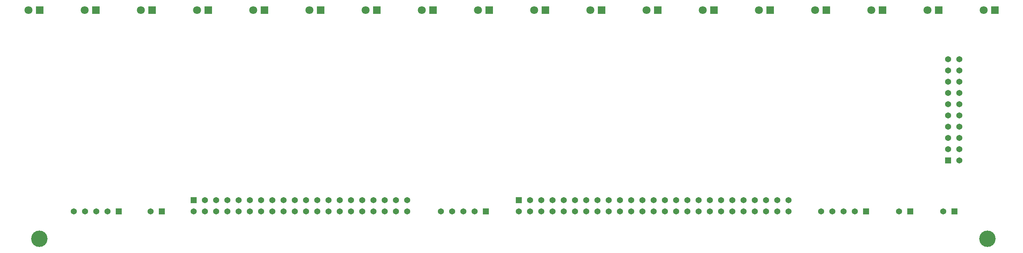
<source format=gbs>
G04 #@! TF.GenerationSoftware,KiCad,Pcbnew,(6.0.4-0)*
G04 #@! TF.CreationDate,2022-04-05T21:31:34-07:00*
G04 #@! TF.ProjectId,led-driver,6c65642d-6472-4697-9665-722e6b696361,rev?*
G04 #@! TF.SameCoordinates,Original*
G04 #@! TF.FileFunction,Soldermask,Bot*
G04 #@! TF.FilePolarity,Negative*
%FSLAX46Y46*%
G04 Gerber Fmt 4.6, Leading zero omitted, Abs format (unit mm)*
G04 Created by KiCad (PCBNEW (6.0.4-0)) date 2022-04-05 21:31:34*
%MOMM*%
%LPD*%
G01*
G04 APERTURE LIST*
%ADD10R,1.800000X1.800000*%
%ADD11C,1.800000*%
%ADD12R,1.370000X1.370000*%
%ADD13C,1.370000*%
%ADD14C,3.700000*%
G04 APERTURE END LIST*
D10*
X42164000Y-26924000D03*
D11*
X39624000Y-26924000D03*
D10*
X54864000Y-26924000D03*
D11*
X52324000Y-26924000D03*
D10*
X67564000Y-26924000D03*
D11*
X65024000Y-26924000D03*
D10*
X80264000Y-26924000D03*
D11*
X77724000Y-26924000D03*
D10*
X92964000Y-26924000D03*
D11*
X90424000Y-26924000D03*
D10*
X105664000Y-26924000D03*
D11*
X103124000Y-26924000D03*
D10*
X118364000Y-26924000D03*
D11*
X115824000Y-26924000D03*
D10*
X169164000Y-26924000D03*
D11*
X166624000Y-26924000D03*
D10*
X181864000Y-26924000D03*
D11*
X179324000Y-26924000D03*
D10*
X194564000Y-26924000D03*
D11*
X192024000Y-26924000D03*
D10*
X219964000Y-26924000D03*
D11*
X217424000Y-26924000D03*
D10*
X232664000Y-26924000D03*
D11*
X230124000Y-26924000D03*
D12*
X216306400Y-72390000D03*
D13*
X213766400Y-72390000D03*
X211226400Y-72390000D03*
X208686400Y-72390000D03*
X206146400Y-72390000D03*
D10*
X207264000Y-26924000D03*
D11*
X204724000Y-26924000D03*
D10*
X143764000Y-26924000D03*
D11*
X141224000Y-26924000D03*
D14*
X243700000Y-78600000D03*
X29400000Y-78600000D03*
D10*
X156464000Y-26924000D03*
D11*
X153924000Y-26924000D03*
D12*
X57099200Y-72390000D03*
D13*
X54559200Y-72390000D03*
D12*
X47380000Y-72390000D03*
D13*
X44840000Y-72390000D03*
X42300000Y-72390000D03*
X39760000Y-72390000D03*
X37220000Y-72390000D03*
X137769600Y-72390000D03*
D12*
X137769600Y-69850000D03*
D13*
X140309600Y-72390000D03*
X140309600Y-69850000D03*
X142849600Y-72390000D03*
X142849600Y-69850000D03*
X145389600Y-72390000D03*
X145389600Y-69850000D03*
X147929600Y-72390000D03*
X147929600Y-69850000D03*
X150469600Y-72390000D03*
X150469600Y-69850000D03*
X153009600Y-72390000D03*
X153009600Y-69850000D03*
X155549600Y-72390000D03*
X155549600Y-69850000D03*
X158089600Y-72390000D03*
X158089600Y-69850000D03*
X160629600Y-72390000D03*
X160629600Y-69850000D03*
X163169600Y-72390000D03*
X163169600Y-69850000D03*
X165709600Y-72390000D03*
X165709600Y-69850000D03*
X168249600Y-72390000D03*
X168249600Y-69850000D03*
X170789600Y-72390000D03*
X170789600Y-69850000D03*
X173329600Y-72390000D03*
X173329600Y-69850000D03*
X175869600Y-72390000D03*
X175869600Y-69850000D03*
X178409600Y-72390000D03*
X178409600Y-69850000D03*
X180949600Y-72390000D03*
X180949600Y-69850000D03*
X183489600Y-72390000D03*
X183489600Y-69850000D03*
X186029600Y-72390000D03*
X186029600Y-69850000D03*
X188569600Y-72390000D03*
X188569600Y-69850000D03*
X191109600Y-72390000D03*
X191109600Y-69850000D03*
X193649600Y-72390000D03*
X193649600Y-69850000D03*
X196189600Y-72390000D03*
X196189600Y-69850000D03*
X198729600Y-72390000D03*
X198729600Y-69850000D03*
D12*
X226263200Y-72390000D03*
D13*
X223723200Y-72390000D03*
D10*
X131064000Y-26924000D03*
D11*
X128524000Y-26924000D03*
D12*
X234782500Y-60887500D03*
D13*
X237322500Y-60887500D03*
X234782500Y-58347500D03*
X237322500Y-58347500D03*
X234782500Y-55807500D03*
X237322500Y-55807500D03*
X234782500Y-53267500D03*
X237322500Y-53267500D03*
X234782500Y-50727500D03*
X237322500Y-50727500D03*
X234782500Y-48187500D03*
X237322500Y-48187500D03*
X234782500Y-45647500D03*
X237322500Y-45647500D03*
X234782500Y-43107500D03*
X237322500Y-43107500D03*
X234782500Y-40567500D03*
X237322500Y-40567500D03*
X234782500Y-38027500D03*
X237322500Y-38027500D03*
D12*
X236220000Y-72390000D03*
D13*
X233680000Y-72390000D03*
D10*
X245364000Y-26924000D03*
D11*
X242824000Y-26924000D03*
D12*
X64257500Y-69882500D03*
D13*
X64257500Y-72422500D03*
X66797500Y-69882500D03*
X66797500Y-72422500D03*
X69337500Y-69882500D03*
X69337500Y-72422500D03*
X71877500Y-69882500D03*
X71877500Y-72422500D03*
X74417500Y-69882500D03*
X74417500Y-72422500D03*
X76957500Y-69882500D03*
X76957500Y-72422500D03*
X79497500Y-69882500D03*
X79497500Y-72422500D03*
X82037500Y-69882500D03*
X82037500Y-72422500D03*
X84577500Y-69882500D03*
X84577500Y-72422500D03*
X87117500Y-69882500D03*
X87117500Y-72422500D03*
X89657500Y-69882500D03*
X89657500Y-72422500D03*
X92197500Y-69882500D03*
X92197500Y-72422500D03*
X94737500Y-69882500D03*
X94737500Y-72422500D03*
X97277500Y-69882500D03*
X97277500Y-72422500D03*
X99817500Y-69882500D03*
X99817500Y-72422500D03*
X102357500Y-69882500D03*
X102357500Y-72422500D03*
X104897500Y-69882500D03*
X104897500Y-72422500D03*
X107437500Y-69882500D03*
X107437500Y-72422500D03*
X109977500Y-69882500D03*
X109977500Y-72422500D03*
X112517500Y-69882500D03*
X112517500Y-72422500D03*
D10*
X29464000Y-26924000D03*
D11*
X26924000Y-26924000D03*
D12*
X130352800Y-72390000D03*
D13*
X127812800Y-72390000D03*
X125272800Y-72390000D03*
X122732800Y-72390000D03*
X120192800Y-72390000D03*
M02*

</source>
